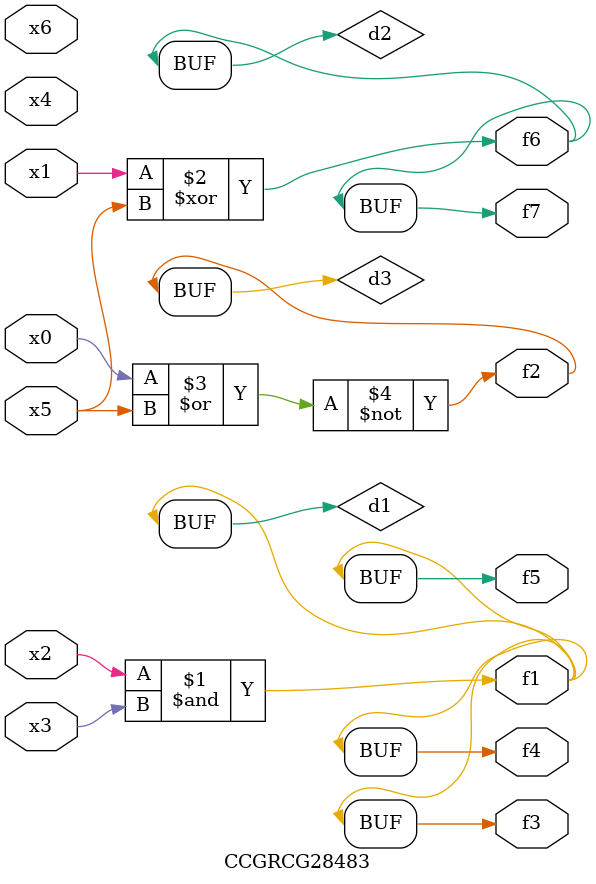
<source format=v>
module CCGRCG28483(
	input x0, x1, x2, x3, x4, x5, x6,
	output f1, f2, f3, f4, f5, f6, f7
);

	wire d1, d2, d3;

	and (d1, x2, x3);
	xor (d2, x1, x5);
	nor (d3, x0, x5);
	assign f1 = d1;
	assign f2 = d3;
	assign f3 = d1;
	assign f4 = d1;
	assign f5 = d1;
	assign f6 = d2;
	assign f7 = d2;
endmodule

</source>
